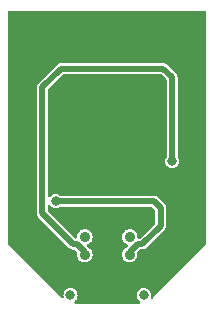
<source format=gbr>
%TF.GenerationSoftware,KiCad,Pcbnew,(6.0.4)*%
%TF.CreationDate,2022-08-13T18:46:34+03:00*%
%TF.ProjectId,Head_001,48656164-5f30-4303-912e-6b696361645f,rev?*%
%TF.SameCoordinates,Original*%
%TF.FileFunction,Copper,L2,Bot*%
%TF.FilePolarity,Positive*%
%FSLAX46Y46*%
G04 Gerber Fmt 4.6, Leading zero omitted, Abs format (unit mm)*
G04 Created by KiCad (PCBNEW (6.0.4)) date 2022-08-13 18:46:34*
%MOMM*%
%LPD*%
G01*
G04 APERTURE LIST*
%TA.AperFunction,ComponentPad*%
%ADD10C,1.350000*%
%TD*%
%TA.AperFunction,ComponentPad*%
%ADD11C,0.900000*%
%TD*%
%TA.AperFunction,ViaPad*%
%ADD12C,0.800000*%
%TD*%
%TA.AperFunction,Conductor*%
%ADD13C,0.500000*%
%TD*%
G04 APERTURE END LIST*
D10*
%TO.P,U2,1,Mnt*%
%TO.N,Net-(D1-Pad3)*%
X101543600Y-81107800D03*
%TD*%
D11*
%TO.P,D9,1*%
%TO.N,Net-(D8-Pad2)*%
X99643600Y-79757800D03*
%TD*%
%TO.P,D7,1*%
%TO.N,Net-(D2-Pad1)*%
X103443600Y-79757800D03*
%TD*%
%TO.P,D6,1*%
%TO.N,Net-(D4-Pad2)*%
X103443600Y-78257800D03*
%TD*%
%TO.P,D10,1*%
%TO.N,Net-(D1-Pad1)*%
X99643600Y-78257800D03*
%TD*%
D10*
%TO.P,U1,1,Mnt*%
%TO.N,Net-(D1-Pad3)*%
X101543600Y-71807800D03*
%TD*%
D12*
%TO.N,*%
X104626000Y-83188600D03*
X98428400Y-83214000D03*
%TO.N,Net-(D1-Pad3)*%
X105388000Y-79404000D03*
X104495600Y-77571600D03*
X95758000Y-77546200D03*
X108969400Y-59820600D03*
X100990400Y-77673200D03*
X100660200Y-79070200D03*
X94640400Y-66802000D03*
X94970600Y-75234800D03*
X103102000Y-67389800D03*
X107950000Y-64058800D03*
X97282000Y-67005200D03*
X99546000Y-67466000D03*
X105689400Y-72085200D03*
X94085000Y-59973000D03*
X107086400Y-75539600D03*
X108204000Y-69494400D03*
X93954600Y-73660000D03*
X94919800Y-69494400D03*
X104803800Y-59846000D03*
X103835200Y-74193400D03*
X99060000Y-65049400D03*
X97307400Y-72136000D03*
X99034600Y-62966600D03*
X106299000Y-73939400D03*
X106629200Y-63017400D03*
X108686600Y-66319400D03*
X97129600Y-69494400D03*
X94996000Y-72136000D03*
X99568000Y-74244200D03*
X97514000Y-59871400D03*
X104063800Y-65074800D03*
X109274200Y-72469800D03*
X104521000Y-68554600D03*
X97256600Y-76276200D03*
X97615600Y-79429400D03*
X106857800Y-77952600D03*
X109147200Y-78642000D03*
X103835200Y-76250800D03*
X102438200Y-77647800D03*
X105841800Y-66979800D03*
X98653600Y-77622400D03*
X99419000Y-70691800D03*
X99568000Y-76301600D03*
X104038400Y-62915800D03*
X96367600Y-63373000D03*
X95173800Y-64871600D03*
X102438200Y-79070200D03*
X93958000Y-78261000D03*
X98577400Y-68529200D03*
X105892600Y-69494400D03*
X103508400Y-70768000D03*
%TO.N,Net-(D2-Pad1)*%
X97183800Y-75238400D03*
%TO.N,Net-(D8-Pad2)*%
X107039000Y-71860200D03*
%TD*%
D13*
%TO.N,Net-(D2-Pad1)*%
X106073800Y-77321200D02*
X104524400Y-78870600D01*
X104118000Y-78870600D02*
X103443600Y-79545000D01*
X103443600Y-79545000D02*
X103443600Y-79757800D01*
X97183800Y-75238400D02*
X105515000Y-75238400D01*
X106073800Y-75797200D02*
X106073800Y-77321200D01*
X104524400Y-78870600D02*
X104118000Y-78870600D01*
X105515000Y-75238400D02*
X106073800Y-75797200D01*
%TO.N,Net-(D8-Pad2)*%
X99444400Y-79327800D02*
X99643600Y-79527000D01*
X98987200Y-78896000D02*
X99419000Y-79327800D01*
X107039000Y-64748200D02*
X106302400Y-64011600D01*
X96040800Y-65611800D02*
X96040800Y-76279800D01*
X99643600Y-79527000D02*
X99643600Y-79757800D01*
X99419000Y-79327800D02*
X99444400Y-79327800D01*
X97641000Y-64011600D02*
X96040800Y-65611800D01*
X96040800Y-76279800D02*
X98657000Y-78896000D01*
X106302400Y-64011600D02*
X97641000Y-64011600D01*
X98657000Y-78896000D02*
X98987200Y-78896000D01*
X107039000Y-71860200D02*
X107039000Y-64748200D01*
%TD*%
%TA.AperFunction,Conductor*%
%TO.N,Net-(D1-Pad3)*%
G36*
X109885221Y-59128302D02*
G01*
X109931714Y-59181958D01*
X109943100Y-59234300D01*
X109943100Y-78815293D01*
X109923098Y-78883414D01*
X109907075Y-78903500D01*
X105445776Y-83454024D01*
X105416600Y-83483784D01*
X105354628Y-83518424D01*
X105283765Y-83514061D01*
X105226511Y-83472079D01*
X105201043Y-83405808D01*
X105207984Y-83361570D01*
X105205746Y-83360970D01*
X105207884Y-83352991D01*
X105211044Y-83345362D01*
X105231682Y-83188600D01*
X105211044Y-83031838D01*
X105150536Y-82885759D01*
X105054282Y-82760318D01*
X104928841Y-82664064D01*
X104796861Y-82609396D01*
X104790391Y-82606716D01*
X104782762Y-82603556D01*
X104626000Y-82582918D01*
X104469238Y-82603556D01*
X104461609Y-82606716D01*
X104455139Y-82609396D01*
X104323159Y-82664064D01*
X104197718Y-82760318D01*
X104101464Y-82885759D01*
X104040956Y-83031838D01*
X104020318Y-83188600D01*
X104040956Y-83345362D01*
X104101464Y-83491441D01*
X104197718Y-83616882D01*
X104204264Y-83621905D01*
X104281718Y-83681337D01*
X104323585Y-83738675D01*
X104327807Y-83809546D01*
X104293043Y-83871449D01*
X104230331Y-83904730D01*
X104205014Y-83907300D01*
X98882488Y-83907300D01*
X98814367Y-83887298D01*
X98767874Y-83833642D01*
X98757770Y-83763368D01*
X98787264Y-83698788D01*
X98805785Y-83681337D01*
X98850133Y-83647308D01*
X98850136Y-83647305D01*
X98856682Y-83642282D01*
X98952936Y-83516841D01*
X99013444Y-83370762D01*
X99034082Y-83214000D01*
X99013444Y-83057238D01*
X98952936Y-82911159D01*
X98856682Y-82785718D01*
X98731241Y-82689464D01*
X98585162Y-82628956D01*
X98428400Y-82608318D01*
X98271638Y-82628956D01*
X98125559Y-82689464D01*
X98000118Y-82785718D01*
X97903864Y-82911159D01*
X97843356Y-83057238D01*
X97822718Y-83214000D01*
X97823796Y-83222188D01*
X97838092Y-83330777D01*
X97827153Y-83400925D01*
X97780025Y-83454024D01*
X97711671Y-83473214D01*
X97643793Y-83452403D01*
X97623197Y-83435432D01*
X97589367Y-83400925D01*
X93180126Y-78903501D01*
X93146720Y-78840856D01*
X93144100Y-78815293D01*
X93144100Y-76294110D01*
X95585436Y-76294110D01*
X95587128Y-76303374D01*
X95587128Y-76303375D01*
X95595972Y-76351801D01*
X95596622Y-76355704D01*
X95605351Y-76413762D01*
X95608479Y-76420275D01*
X95609775Y-76427373D01*
X95636825Y-76479447D01*
X95638568Y-76482937D01*
X95663991Y-76535879D01*
X95668877Y-76541165D01*
X95668910Y-76541213D01*
X95672221Y-76547588D01*
X95676525Y-76552628D01*
X95713752Y-76589855D01*
X95717181Y-76593420D01*
X95755946Y-76635356D01*
X95762302Y-76639049D01*
X95768463Y-76644567D01*
X98314251Y-79190355D01*
X98324106Y-79201444D01*
X98345128Y-79228110D01*
X98352872Y-79233462D01*
X98352874Y-79233464D01*
X98393370Y-79261452D01*
X98396585Y-79263750D01*
X98443817Y-79298635D01*
X98450634Y-79301029D01*
X98456569Y-79305131D01*
X98465544Y-79307969D01*
X98465545Y-79307970D01*
X98485681Y-79314338D01*
X98512475Y-79322812D01*
X98516215Y-79324060D01*
X98562745Y-79340400D01*
X98562748Y-79340401D01*
X98571631Y-79343520D01*
X98578816Y-79343803D01*
X98578889Y-79343817D01*
X98585730Y-79345980D01*
X98592337Y-79346500D01*
X98644991Y-79346500D01*
X98649937Y-79346597D01*
X98706994Y-79348839D01*
X98714103Y-79346954D01*
X98722352Y-79346500D01*
X98748407Y-79346500D01*
X98816528Y-79366502D01*
X98837502Y-79383405D01*
X98969628Y-79515531D01*
X99003654Y-79577843D01*
X99005455Y-79621072D01*
X98988358Y-79750938D01*
X99005635Y-79907433D01*
X99059743Y-80055290D01*
X99063980Y-80061596D01*
X99063982Y-80061599D01*
X99104309Y-80121611D01*
X99147558Y-80185972D01*
X99264010Y-80291935D01*
X99270685Y-80295559D01*
X99395699Y-80363437D01*
X99395701Y-80363438D01*
X99402376Y-80367062D01*
X99409725Y-80368990D01*
X99547319Y-80405087D01*
X99547321Y-80405087D01*
X99554669Y-80407015D01*
X99637980Y-80408324D01*
X99704498Y-80409369D01*
X99704501Y-80409369D01*
X99712095Y-80409488D01*
X99865568Y-80374338D01*
X100006225Y-80303595D01*
X100032469Y-80281181D01*
X100120174Y-80206274D01*
X100120176Y-80206271D01*
X100125948Y-80201342D01*
X100217824Y-80073483D01*
X100276550Y-79927398D01*
X100298734Y-79771523D01*
X100298878Y-79757800D01*
X100279963Y-79601494D01*
X100257710Y-79542602D01*
X100226994Y-79461314D01*
X100226993Y-79461311D01*
X100224310Y-79454212D01*
X100135131Y-79324457D01*
X100064416Y-79261452D01*
X100023248Y-79224772D01*
X100023245Y-79224770D01*
X100017576Y-79219719D01*
X99940476Y-79178897D01*
X99910341Y-79156638D01*
X99830597Y-79076894D01*
X99796571Y-79014582D01*
X99801636Y-78943767D01*
X99844183Y-78886931D01*
X99865994Y-78875185D01*
X99865568Y-78874338D01*
X99887242Y-78863437D01*
X100006225Y-78803595D01*
X100032469Y-78781181D01*
X100120174Y-78706274D01*
X100120176Y-78706271D01*
X100125948Y-78701342D01*
X100217824Y-78573483D01*
X100276550Y-78427398D01*
X100298049Y-78276335D01*
X100298153Y-78275607D01*
X100298153Y-78275604D01*
X100298734Y-78271523D01*
X100298878Y-78257800D01*
X100279963Y-78101494D01*
X100224310Y-77954212D01*
X100135131Y-77824457D01*
X100088571Y-77782974D01*
X100023248Y-77724772D01*
X100023245Y-77724770D01*
X100017576Y-77719719D01*
X99878431Y-77646045D01*
X99795933Y-77625323D01*
X99733098Y-77609540D01*
X99733096Y-77609540D01*
X99725728Y-77607689D01*
X99718130Y-77607649D01*
X99718128Y-77607649D01*
X99650919Y-77607297D01*
X99568284Y-77606865D01*
X99560905Y-77608637D01*
X99560901Y-77608637D01*
X99422567Y-77641848D01*
X99422563Y-77641849D01*
X99415188Y-77643620D01*
X99275279Y-77715832D01*
X99269557Y-77720824D01*
X99269555Y-77720825D01*
X99162359Y-77814338D01*
X99162356Y-77814341D01*
X99156634Y-77819333D01*
X99066101Y-77948148D01*
X99008909Y-78094839D01*
X98988358Y-78250938D01*
X98991096Y-78275736D01*
X98978690Y-78345640D01*
X98930461Y-78397740D01*
X98861720Y-78415495D01*
X98794293Y-78393267D01*
X98776762Y-78378658D01*
X96528205Y-76130102D01*
X96494180Y-76067790D01*
X96491300Y-76041007D01*
X96491300Y-75693531D01*
X96511302Y-75625410D01*
X96564958Y-75578917D01*
X96635232Y-75568813D01*
X96699812Y-75598307D01*
X96717263Y-75616827D01*
X96740561Y-75647189D01*
X96755518Y-75666682D01*
X96880959Y-75762936D01*
X97027038Y-75823444D01*
X97183800Y-75844082D01*
X97191988Y-75843004D01*
X97332374Y-75824522D01*
X97340562Y-75823444D01*
X97486641Y-75762936D01*
X97535834Y-75725189D01*
X97549195Y-75714937D01*
X97615416Y-75689337D01*
X97625899Y-75688900D01*
X105276207Y-75688900D01*
X105344328Y-75708902D01*
X105365302Y-75725805D01*
X105586395Y-75946898D01*
X105620421Y-76009210D01*
X105623300Y-76035993D01*
X105623300Y-77082407D01*
X105603298Y-77150528D01*
X105586395Y-77171502D01*
X104374702Y-78383195D01*
X104312390Y-78417221D01*
X104285607Y-78420100D01*
X104222790Y-78420100D01*
X104154669Y-78400098D01*
X104108176Y-78346442D01*
X104098545Y-78279772D01*
X104097840Y-78279718D01*
X104098081Y-78276554D01*
X104098049Y-78276335D01*
X104098153Y-78275606D01*
X104098153Y-78275605D01*
X104098734Y-78271523D01*
X104098878Y-78257800D01*
X104079963Y-78101494D01*
X104024310Y-77954212D01*
X103935131Y-77824457D01*
X103888571Y-77782974D01*
X103823248Y-77724772D01*
X103823245Y-77724770D01*
X103817576Y-77719719D01*
X103678431Y-77646045D01*
X103595933Y-77625323D01*
X103533098Y-77609540D01*
X103533096Y-77609540D01*
X103525728Y-77607689D01*
X103518130Y-77607649D01*
X103518128Y-77607649D01*
X103450919Y-77607297D01*
X103368284Y-77606865D01*
X103360905Y-77608637D01*
X103360901Y-77608637D01*
X103222567Y-77641848D01*
X103222563Y-77641849D01*
X103215188Y-77643620D01*
X103075279Y-77715832D01*
X103069557Y-77720824D01*
X103069555Y-77720825D01*
X102962359Y-77814338D01*
X102962356Y-77814341D01*
X102956634Y-77819333D01*
X102866101Y-77948148D01*
X102808909Y-78094839D01*
X102788358Y-78250938D01*
X102805635Y-78407433D01*
X102859743Y-78555290D01*
X102863980Y-78561596D01*
X102863982Y-78561599D01*
X102904309Y-78621611D01*
X102947558Y-78685972D01*
X103064010Y-78791935D01*
X103070685Y-78795559D01*
X103195699Y-78863437D01*
X103195701Y-78863438D01*
X103202376Y-78867062D01*
X103213438Y-78869964D01*
X103215840Y-78871411D01*
X103216787Y-78871786D01*
X103216725Y-78871944D01*
X103274252Y-78906595D01*
X103305610Y-78970292D01*
X103297552Y-79040830D01*
X103270561Y-79080935D01*
X103213949Y-79137547D01*
X103182644Y-79160417D01*
X103075279Y-79215832D01*
X103069559Y-79220822D01*
X103069556Y-79220824D01*
X102962359Y-79314338D01*
X102962356Y-79314341D01*
X102956634Y-79319333D01*
X102866101Y-79448148D01*
X102808909Y-79594839D01*
X102788358Y-79750938D01*
X102805635Y-79907433D01*
X102859743Y-80055290D01*
X102863980Y-80061596D01*
X102863982Y-80061599D01*
X102904309Y-80121611D01*
X102947558Y-80185972D01*
X103064010Y-80291935D01*
X103070685Y-80295559D01*
X103195699Y-80363437D01*
X103195701Y-80363438D01*
X103202376Y-80367062D01*
X103209725Y-80368990D01*
X103347319Y-80405087D01*
X103347321Y-80405087D01*
X103354669Y-80407015D01*
X103437980Y-80408324D01*
X103504498Y-80409369D01*
X103504501Y-80409369D01*
X103512095Y-80409488D01*
X103665568Y-80374338D01*
X103806225Y-80303595D01*
X103832469Y-80281181D01*
X103920174Y-80206274D01*
X103920176Y-80206271D01*
X103925948Y-80201342D01*
X104017824Y-80073483D01*
X104076550Y-79927398D01*
X104098734Y-79771523D01*
X104098878Y-79757800D01*
X104081311Y-79612632D01*
X104092984Y-79542602D01*
X104117303Y-79508400D01*
X104267698Y-79358005D01*
X104330010Y-79323979D01*
X104356793Y-79321100D01*
X104490180Y-79321100D01*
X104504989Y-79321973D01*
X104538710Y-79325964D01*
X104547974Y-79324272D01*
X104547975Y-79324272D01*
X104596401Y-79315428D01*
X104600304Y-79314778D01*
X104649045Y-79307450D01*
X104649046Y-79307450D01*
X104658362Y-79306049D01*
X104664875Y-79302921D01*
X104671973Y-79301625D01*
X104724047Y-79274575D01*
X104727537Y-79272832D01*
X104780479Y-79247409D01*
X104785765Y-79242523D01*
X104785813Y-79242490D01*
X104792188Y-79239179D01*
X104797228Y-79234875D01*
X104834455Y-79197648D01*
X104838021Y-79194218D01*
X104873041Y-79161846D01*
X104879956Y-79155454D01*
X104883649Y-79149095D01*
X104889166Y-79142937D01*
X106368150Y-77663953D01*
X106379239Y-77654099D01*
X106398509Y-77638907D01*
X106398511Y-77638905D01*
X106405910Y-77633072D01*
X106439262Y-77584815D01*
X106441557Y-77581603D01*
X106470840Y-77541958D01*
X106470841Y-77541957D01*
X106476434Y-77534384D01*
X106478827Y-77527568D01*
X106482931Y-77521631D01*
X106500626Y-77465681D01*
X106501871Y-77461950D01*
X106518196Y-77415463D01*
X106518196Y-77415461D01*
X106521319Y-77406569D01*
X106521601Y-77399381D01*
X106521612Y-77399322D01*
X106523780Y-77392470D01*
X106524300Y-77385863D01*
X106524300Y-77333184D01*
X106524397Y-77328237D01*
X106526268Y-77280618D01*
X106526638Y-77271206D01*
X106524754Y-77264100D01*
X106524300Y-77255856D01*
X106524300Y-75831420D01*
X106525173Y-75816611D01*
X106528057Y-75792243D01*
X106529164Y-75782890D01*
X106527472Y-75773626D01*
X106527472Y-75773622D01*
X106518627Y-75725189D01*
X106517978Y-75721288D01*
X106510651Y-75672555D01*
X106510649Y-75672547D01*
X106509249Y-75663238D01*
X106506123Y-75656728D01*
X106504826Y-75649627D01*
X106477782Y-75597563D01*
X106476014Y-75594025D01*
X106454686Y-75549611D01*
X106450609Y-75541121D01*
X106445726Y-75535840D01*
X106445691Y-75535788D01*
X106442380Y-75529412D01*
X106438076Y-75524372D01*
X106400837Y-75487133D01*
X106397407Y-75483567D01*
X106365048Y-75448561D01*
X106358654Y-75441644D01*
X106352296Y-75437952D01*
X106346143Y-75432440D01*
X105857752Y-74944049D01*
X105847897Y-74932960D01*
X105832703Y-74913687D01*
X105826872Y-74906290D01*
X105819125Y-74900935D01*
X105819123Y-74900934D01*
X105778625Y-74872945D01*
X105775403Y-74870643D01*
X105735758Y-74841360D01*
X105735757Y-74841359D01*
X105728184Y-74835766D01*
X105721368Y-74833373D01*
X105715431Y-74829269D01*
X105706451Y-74826429D01*
X105706449Y-74826428D01*
X105675575Y-74816664D01*
X105659481Y-74811574D01*
X105655750Y-74810329D01*
X105609263Y-74794004D01*
X105609261Y-74794004D01*
X105600369Y-74790881D01*
X105593181Y-74790599D01*
X105593122Y-74790588D01*
X105586270Y-74788420D01*
X105579663Y-74787900D01*
X105526984Y-74787900D01*
X105522037Y-74787803D01*
X105465006Y-74785562D01*
X105457900Y-74787446D01*
X105449653Y-74787900D01*
X97625899Y-74787900D01*
X97557778Y-74767898D01*
X97549195Y-74761863D01*
X97493192Y-74718891D01*
X97486641Y-74713864D01*
X97340562Y-74653356D01*
X97183800Y-74632718D01*
X97027038Y-74653356D01*
X96880959Y-74713864D01*
X96755518Y-74810118D01*
X96750495Y-74816664D01*
X96717263Y-74859973D01*
X96659925Y-74901840D01*
X96589054Y-74906062D01*
X96527151Y-74871298D01*
X96493870Y-74808585D01*
X96491300Y-74783269D01*
X96491300Y-65850593D01*
X96511302Y-65782472D01*
X96528205Y-65761498D01*
X97790698Y-64499005D01*
X97853010Y-64464979D01*
X97879793Y-64462100D01*
X106063607Y-64462100D01*
X106131728Y-64482102D01*
X106152702Y-64499005D01*
X106551595Y-64897898D01*
X106585621Y-64960210D01*
X106588500Y-64986993D01*
X106588500Y-71418101D01*
X106568498Y-71486222D01*
X106562463Y-71494805D01*
X106514464Y-71557359D01*
X106453956Y-71703438D01*
X106433318Y-71860200D01*
X106453956Y-72016962D01*
X106514464Y-72163041D01*
X106610718Y-72288482D01*
X106736159Y-72384736D01*
X106882238Y-72445244D01*
X107039000Y-72465882D01*
X107047188Y-72464804D01*
X107187574Y-72446322D01*
X107195762Y-72445244D01*
X107341841Y-72384736D01*
X107467282Y-72288482D01*
X107563536Y-72163041D01*
X107624044Y-72016962D01*
X107644682Y-71860200D01*
X107624044Y-71703438D01*
X107563536Y-71557359D01*
X107515537Y-71494805D01*
X107489937Y-71428584D01*
X107489500Y-71418101D01*
X107489500Y-64782420D01*
X107490373Y-64767611D01*
X107493257Y-64743243D01*
X107494364Y-64733890D01*
X107492672Y-64724626D01*
X107492672Y-64724622D01*
X107483827Y-64676189D01*
X107483178Y-64672288D01*
X107475851Y-64623555D01*
X107475849Y-64623547D01*
X107474449Y-64614238D01*
X107471323Y-64607728D01*
X107470026Y-64600627D01*
X107442982Y-64548563D01*
X107441214Y-64545025D01*
X107419886Y-64500611D01*
X107415809Y-64492121D01*
X107410922Y-64486835D01*
X107410895Y-64486795D01*
X107407580Y-64480412D01*
X107403275Y-64475372D01*
X107366048Y-64438145D01*
X107362618Y-64434579D01*
X107330246Y-64399559D01*
X107323854Y-64392644D01*
X107317495Y-64388951D01*
X107311337Y-64383434D01*
X106645153Y-63717250D01*
X106635299Y-63706161D01*
X106620107Y-63686891D01*
X106620105Y-63686889D01*
X106614272Y-63679490D01*
X106606525Y-63674135D01*
X106606523Y-63674134D01*
X106567731Y-63647324D01*
X106566015Y-63646138D01*
X106562803Y-63643843D01*
X106523158Y-63614560D01*
X106523157Y-63614559D01*
X106515584Y-63608966D01*
X106508768Y-63606573D01*
X106502831Y-63602469D01*
X106493851Y-63599629D01*
X106493849Y-63599628D01*
X106473683Y-63593250D01*
X106446881Y-63584774D01*
X106443150Y-63583529D01*
X106396663Y-63567204D01*
X106396661Y-63567204D01*
X106387769Y-63564081D01*
X106380581Y-63563799D01*
X106380522Y-63563788D01*
X106373670Y-63561620D01*
X106367063Y-63561100D01*
X106314384Y-63561100D01*
X106309437Y-63561003D01*
X106252406Y-63558762D01*
X106245300Y-63560646D01*
X106237053Y-63561100D01*
X97675220Y-63561100D01*
X97660411Y-63560227D01*
X97636043Y-63557343D01*
X97626690Y-63556236D01*
X97617426Y-63557928D01*
X97617422Y-63557928D01*
X97568989Y-63566773D01*
X97565088Y-63567422D01*
X97516355Y-63574749D01*
X97516347Y-63574751D01*
X97507038Y-63576151D01*
X97500528Y-63579277D01*
X97493427Y-63580574D01*
X97485072Y-63584914D01*
X97441363Y-63607618D01*
X97437825Y-63609386D01*
X97436959Y-63609802D01*
X97384921Y-63634791D01*
X97379640Y-63639674D01*
X97379588Y-63639709D01*
X97373212Y-63643020D01*
X97368172Y-63647324D01*
X97366418Y-63649078D01*
X97330923Y-63684574D01*
X97327353Y-63688006D01*
X97292363Y-63720349D01*
X97292359Y-63720354D01*
X97285444Y-63726746D01*
X97281752Y-63733103D01*
X97276240Y-63739256D01*
X95746449Y-65269048D01*
X95735360Y-65278903D01*
X95708690Y-65299928D01*
X95703335Y-65307675D01*
X95703334Y-65307677D01*
X95675345Y-65348175D01*
X95673050Y-65351387D01*
X95638166Y-65398616D01*
X95635773Y-65405432D01*
X95631669Y-65411369D01*
X95628829Y-65420349D01*
X95628828Y-65420351D01*
X95613982Y-65467295D01*
X95612729Y-65471050D01*
X95593281Y-65526431D01*
X95592999Y-65533619D01*
X95592988Y-65533678D01*
X95590820Y-65540530D01*
X95590300Y-65547137D01*
X95590300Y-65599816D01*
X95590203Y-65604762D01*
X95587962Y-65661794D01*
X95589846Y-65668900D01*
X95590300Y-65677147D01*
X95590300Y-76245580D01*
X95589427Y-76260389D01*
X95585436Y-76294110D01*
X93144100Y-76294110D01*
X93144100Y-59234300D01*
X93164102Y-59166179D01*
X93217758Y-59119686D01*
X93270100Y-59108300D01*
X109817100Y-59108300D01*
X109885221Y-59128302D01*
G37*
%TD.AperFunction*%
%TD*%
M02*

</source>
